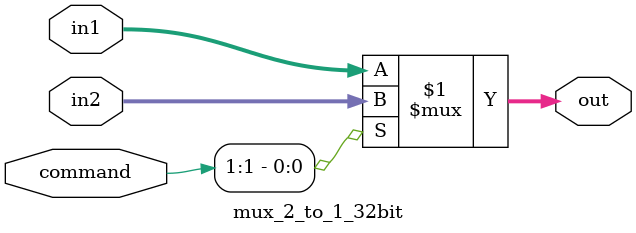
<source format=v>
module mux_2_to_1_1bit(command, in1, in2, out);
    
	 input [5:0] command; // hot-line command
	 input in1, in2;       // input for mux
	 
	 output out;           // output select
	 
	 // Wire mux1, mux2... for future more operation
	 
	 // Cause now there is only 2 operation
	 assign out = command[1] ? in2 : in1;
	 
endmodule

module mux_2_to_1_32bit(command, in1, in2, out);
    
	 input [5:0] command;   // hot-line command
	 input [31:0] in1, in2; // input for mux
	 
	 output [31:0] out;     // output select
	 
	 // Wire mux1, mux2... for future more operation
	 // Cause now there is only 2 operation
	 assign out = command[1] ? in2 : in1;
	 
endmodule

</source>
